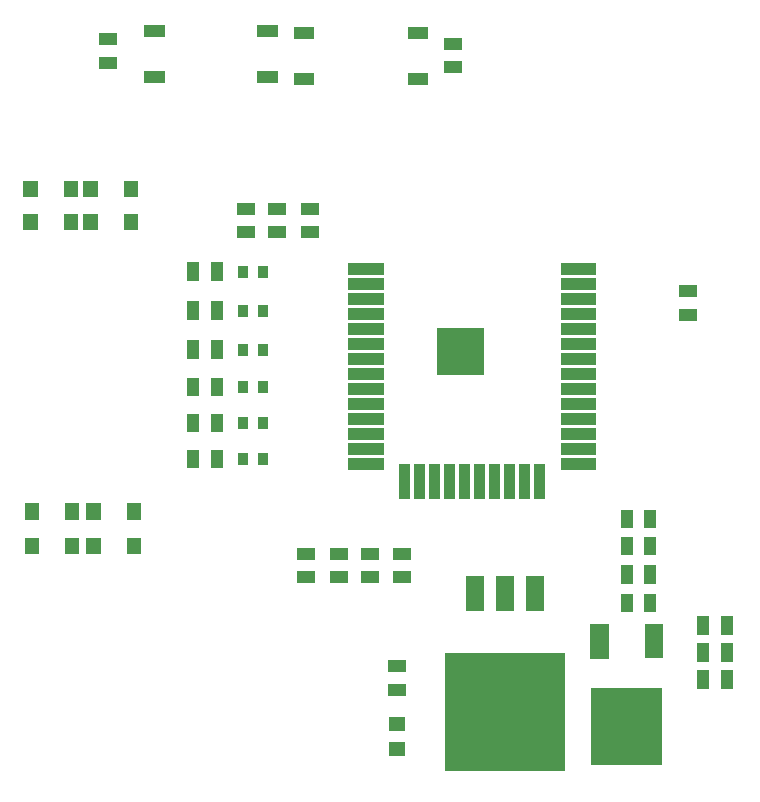
<source format=gtp>
G04 Layer: TopPasteMaskLayer*
G04 EasyEDA v6.4.19.3, 2021-04-15T18:17:59+02:00*
G04 27ca5f04d03341a3abaed076034c1fd4,b26f2b340a5143eda07d108a38fc4859,10*
G04 Gerber Generator version 0.2*
G04 Scale: 100 percent, Rotated: No, Reflected: No *
G04 Dimensions in millimeters *
G04 leading zeros omitted , absolute positions ,4 integer and 5 decimal *
%FSLAX45Y45*%
%MOMM*%

%ADD18R,1.8000X1.0000*%
%ADD19R,0.8999X1.0000*%
%ADD20R,1.0000X1.5500*%
%ADD22R,1.6000X3.0000*%
%ADD24R,1.5500X1.0000*%
%ADD27R,1.3995X1.3005*%

%LPD*%
D18*
G01*
X4315409Y7615478D03*
G01*
X3355416Y7615478D03*
G01*
X4315409Y8005495D03*
G01*
X3355416Y8005495D03*
G36*
X1995403Y8068208D02*
G01*
X2175403Y8068208D01*
X2175403Y7968208D01*
X1995403Y7968208D01*
G37*
G36*
X2955396Y8068208D02*
G01*
X3135396Y8068208D01*
X3135396Y7968208D01*
X2955396Y7968208D01*
G37*
G36*
X1995403Y7678191D02*
G01*
X2175403Y7678191D01*
X2175403Y7578191D01*
X1995403Y7578191D01*
G37*
G36*
X2955396Y7678191D02*
G01*
X3135396Y7678191D01*
X3135396Y7578191D01*
X2955396Y7578191D01*
G37*
D19*
G01*
X3005988Y4699000D03*
G01*
X2835986Y4699000D03*
G01*
X3005988Y5651500D03*
G01*
X2835986Y5651500D03*
G36*
X6034900Y3252500D02*
G01*
X6134900Y3252500D01*
X6134900Y3097499D01*
X6034900Y3097499D01*
G37*
G36*
X6234899Y3252500D02*
G01*
X6334899Y3252500D01*
X6334899Y3097499D01*
X6234899Y3097499D01*
G37*
G01*
X3005988Y4394200D03*
G01*
X2835986Y4394200D03*
G01*
X3005988Y5003800D03*
G01*
X2835986Y5003800D03*
G01*
X3005988Y5321300D03*
G01*
X2835986Y5321300D03*
G01*
X3005988Y5981700D03*
G01*
X2835986Y5981700D03*
G36*
X989200Y3727599D02*
G01*
X1109200Y3727599D01*
X1109200Y3587600D01*
X989200Y3587600D01*
G37*
G36*
X1329199Y3727599D02*
G01*
X1449199Y3727599D01*
X1449199Y3587600D01*
X1329199Y3587600D01*
G37*
G36*
X989200Y4019699D02*
G01*
X1109200Y4019699D01*
X1109200Y3879700D01*
X989200Y3879700D01*
G37*
G36*
X1329199Y4019699D02*
G01*
X1449199Y4019699D01*
X1449199Y3879700D01*
X1329199Y3879700D01*
G37*
G36*
X1509900Y4019699D02*
G01*
X1629900Y4019699D01*
X1629900Y3879700D01*
X1509900Y3879700D01*
G37*
G36*
X1849899Y4019699D02*
G01*
X1969899Y4019699D01*
X1969899Y3879700D01*
X1849899Y3879700D01*
G37*
G36*
X1509900Y3727599D02*
G01*
X1629900Y3727599D01*
X1629900Y3587600D01*
X1509900Y3587600D01*
G37*
G36*
X1849899Y3727599D02*
G01*
X1969899Y3727599D01*
X1969899Y3587600D01*
X1849899Y3587600D01*
G37*
G36*
X1484500Y6750199D02*
G01*
X1604500Y6750199D01*
X1604500Y6610200D01*
X1484500Y6610200D01*
G37*
G36*
X1824499Y6750199D02*
G01*
X1944499Y6750199D01*
X1944499Y6610200D01*
X1824499Y6610200D01*
G37*
G36*
X1484500Y6470799D02*
G01*
X1604500Y6470799D01*
X1604500Y6330800D01*
X1484500Y6330800D01*
G37*
G36*
X1824499Y6470799D02*
G01*
X1944499Y6470799D01*
X1944499Y6330800D01*
X1824499Y6330800D01*
G37*
G36*
X976500Y6750199D02*
G01*
X1096500Y6750199D01*
X1096500Y6610200D01*
X976500Y6610200D01*
G37*
G36*
X1316499Y6750199D02*
G01*
X1436499Y6750199D01*
X1436499Y6610200D01*
X1316499Y6610200D01*
G37*
G36*
X976500Y6470799D02*
G01*
X1096500Y6470799D01*
X1096500Y6330800D01*
X976500Y6330800D01*
G37*
G36*
X1316499Y6470799D02*
G01*
X1436499Y6470799D01*
X1436499Y6330800D01*
X1316499Y6330800D01*
G37*
G36*
X5774786Y3000375D02*
G01*
X5934806Y3000375D01*
X5934806Y2700146D01*
X5774786Y2700146D01*
G37*
D22*
G01*
X6311798Y2850895D03*
G36*
X6383274Y1802511D02*
G01*
X5783325Y1802511D01*
X5783325Y2452496D01*
X6383274Y2452496D01*
G37*
D24*
G01*
X4140200Y2440000D03*
G01*
X4140200Y2639999D03*
G36*
X2564599Y4471700D02*
G01*
X2664599Y4471700D01*
X2664599Y4316699D01*
X2564599Y4316699D01*
G37*
G36*
X2364600Y4471700D02*
G01*
X2464600Y4471700D01*
X2464600Y4316699D01*
X2364600Y4316699D01*
G37*
G36*
X2564599Y5081300D02*
G01*
X2664599Y5081300D01*
X2664599Y4926299D01*
X2564599Y4926299D01*
G37*
G36*
X2364600Y5081300D02*
G01*
X2464600Y5081300D01*
X2464600Y4926299D01*
X2364600Y4926299D01*
G37*
G36*
X2564599Y5398800D02*
G01*
X2664599Y5398800D01*
X2664599Y5243799D01*
X2564599Y5243799D01*
G37*
G36*
X2364600Y5398800D02*
G01*
X2464600Y5398800D01*
X2464600Y5243799D01*
X2364600Y5243799D01*
G37*
G36*
X2564599Y6059200D02*
G01*
X2664599Y6059200D01*
X2664599Y5904199D01*
X2564599Y5904199D01*
G37*
G36*
X2364600Y6059200D02*
G01*
X2464600Y6059200D01*
X2464600Y5904199D01*
X2364600Y5904199D01*
G37*
G36*
X2564599Y4776500D02*
G01*
X2664599Y4776500D01*
X2664599Y4621499D01*
X2564599Y4621499D01*
G37*
G36*
X2364600Y4776500D02*
G01*
X2464600Y4776500D01*
X2464600Y4621499D01*
X2364600Y4621499D01*
G37*
G36*
X2564599Y5729000D02*
G01*
X2664599Y5729000D01*
X2664599Y5573999D01*
X2564599Y5573999D01*
G37*
G36*
X2364600Y5729000D02*
G01*
X2464600Y5729000D01*
X2464600Y5573999D01*
X2364600Y5573999D01*
G37*
G01*
X2857500Y6513499D03*
G01*
X2857500Y6313500D03*
G01*
X3644900Y3392500D03*
G01*
X3644900Y3592499D03*
G01*
X3365500Y3592499D03*
G01*
X3365500Y3392500D03*
G36*
X6682600Y3062000D02*
G01*
X6782600Y3062000D01*
X6782600Y2906999D01*
X6682600Y2906999D01*
G37*
G36*
X6882599Y3062000D02*
G01*
X6982599Y3062000D01*
X6982599Y2906999D01*
X6882599Y2906999D01*
G37*
G01*
X3403600Y6313500D03*
G01*
X3403600Y6513499D03*
G01*
X4610100Y7710500D03*
G01*
X4610100Y7910499D03*
G01*
X1689100Y7948599D03*
G01*
X1689100Y7748600D03*
G01*
X3124200Y6513499D03*
G01*
X3124200Y6313500D03*
G01*
X6604000Y5615000D03*
G01*
X6604000Y5814999D03*
G36*
X6234899Y3963700D02*
G01*
X6334899Y3963700D01*
X6334899Y3808699D01*
X6234899Y3808699D01*
G37*
G36*
X6034900Y3963700D02*
G01*
X6134900Y3963700D01*
X6134900Y3808699D01*
X6034900Y3808699D01*
G37*
G36*
X4979034Y3406775D02*
G01*
X5130165Y3406775D01*
X5130165Y3105785D01*
X4979034Y3105785D01*
G37*
G36*
X5233034Y3406775D02*
G01*
X5384165Y3406775D01*
X5384165Y3105785D01*
X5233034Y3105785D01*
G37*
G36*
X4725034Y3406775D02*
G01*
X4876165Y3406775D01*
X4876165Y3105785D01*
X4725034Y3105785D01*
G37*
G36*
X4548504Y2756535D02*
G01*
X5560695Y2756535D01*
X5560695Y1754504D01*
X4548504Y1754504D01*
G37*
G36*
X6682600Y2604800D02*
G01*
X6782600Y2604800D01*
X6782600Y2449799D01*
X6682600Y2449799D01*
G37*
G36*
X6882599Y2604800D02*
G01*
X6982599Y2604800D01*
X6982599Y2449799D01*
X6882599Y2449799D01*
G37*
G01*
X3911600Y3592499D03*
G01*
X3911600Y3392500D03*
G36*
X6034900Y3493800D02*
G01*
X6134900Y3493800D01*
X6134900Y3338799D01*
X6034900Y3338799D01*
G37*
G36*
X6234899Y3493800D02*
G01*
X6334899Y3493800D01*
X6334899Y3338799D01*
X6234899Y3338799D01*
G37*
G36*
X6682600Y2833400D02*
G01*
X6782600Y2833400D01*
X6782600Y2678399D01*
X6682600Y2678399D01*
G37*
G36*
X6882599Y2833400D02*
G01*
X6982599Y2833400D01*
X6982599Y2678399D01*
X6882599Y2678399D01*
G37*
D20*
G01*
X6284899Y3657600D03*
G01*
X6084900Y3657600D03*
D24*
G01*
X4178300Y3592499D03*
G01*
X4178300Y3392500D03*
D27*
G01*
X4140327Y2149602D03*
G01*
X4140327Y1939544D03*
G36*
X4475190Y5504916D02*
G01*
X4875189Y5504916D01*
X4875189Y5104917D01*
X4475190Y5104917D01*
G37*
G36*
X5525195Y6055906D02*
G01*
X5825195Y6055906D01*
X5825195Y5955906D01*
X5525195Y5955906D01*
G37*
G36*
X5525195Y5928906D02*
G01*
X5825195Y5928906D01*
X5825195Y5828906D01*
X5525195Y5828906D01*
G37*
G36*
X5525195Y5801906D02*
G01*
X5825195Y5801906D01*
X5825195Y5701906D01*
X5525195Y5701906D01*
G37*
G36*
X5525195Y5674906D02*
G01*
X5825195Y5674906D01*
X5825195Y5574906D01*
X5525195Y5574906D01*
G37*
G36*
X5525195Y5547906D02*
G01*
X5825195Y5547906D01*
X5825195Y5447906D01*
X5525195Y5447906D01*
G37*
G36*
X5525195Y5420906D02*
G01*
X5825195Y5420906D01*
X5825195Y5320906D01*
X5525195Y5320906D01*
G37*
G36*
X5525195Y5293906D02*
G01*
X5825195Y5293906D01*
X5825195Y5193906D01*
X5525195Y5193906D01*
G37*
G36*
X5525195Y5166906D02*
G01*
X5825195Y5166906D01*
X5825195Y5066906D01*
X5525195Y5066906D01*
G37*
G36*
X5525195Y5039906D02*
G01*
X5825195Y5039906D01*
X5825195Y4939906D01*
X5525195Y4939906D01*
G37*
G36*
X5525195Y4912906D02*
G01*
X5825195Y4912906D01*
X5825195Y4812906D01*
X5525195Y4812906D01*
G37*
G36*
X5525195Y4785906D02*
G01*
X5825195Y4785906D01*
X5825195Y4685906D01*
X5525195Y4685906D01*
G37*
G36*
X5525195Y4658906D02*
G01*
X5825195Y4658906D01*
X5825195Y4558906D01*
X5525195Y4558906D01*
G37*
G36*
X5525195Y4531906D02*
G01*
X5825195Y4531906D01*
X5825195Y4431906D01*
X5525195Y4431906D01*
G37*
G36*
X5525195Y4404906D02*
G01*
X5825195Y4404906D01*
X5825195Y4304906D01*
X5525195Y4304906D01*
G37*
G36*
X3725199Y4404906D02*
G01*
X4025198Y4404906D01*
X4025198Y4304906D01*
X3725199Y4304906D01*
G37*
G36*
X3725199Y4531906D02*
G01*
X4025198Y4531906D01*
X4025198Y4431906D01*
X3725199Y4431906D01*
G37*
G36*
X3725199Y4658906D02*
G01*
X4025198Y4658906D01*
X4025198Y4558906D01*
X3725199Y4558906D01*
G37*
G36*
X3725199Y4785906D02*
G01*
X4025198Y4785906D01*
X4025198Y4685906D01*
X3725199Y4685906D01*
G37*
G36*
X3725199Y4912906D02*
G01*
X4025198Y4912906D01*
X4025198Y4812906D01*
X3725199Y4812906D01*
G37*
G36*
X3725199Y5039906D02*
G01*
X4025198Y5039906D01*
X4025198Y4939906D01*
X3725199Y4939906D01*
G37*
G36*
X3725199Y5166906D02*
G01*
X4025198Y5166906D01*
X4025198Y5066906D01*
X3725199Y5066906D01*
G37*
G36*
X3725199Y5293906D02*
G01*
X4025198Y5293906D01*
X4025198Y5193906D01*
X3725199Y5193906D01*
G37*
G36*
X3725199Y5420906D02*
G01*
X4025198Y5420906D01*
X4025198Y5320906D01*
X3725199Y5320906D01*
G37*
G36*
X3725199Y5547906D02*
G01*
X4025198Y5547906D01*
X4025198Y5447906D01*
X3725199Y5447906D01*
G37*
G36*
X3725199Y5674906D02*
G01*
X4025198Y5674906D01*
X4025198Y5574906D01*
X3725199Y5574906D01*
G37*
G36*
X3725199Y5801906D02*
G01*
X4025198Y5801906D01*
X4025198Y5701906D01*
X3725199Y5701906D01*
G37*
G36*
X3725199Y5928906D02*
G01*
X4025198Y5928906D01*
X4025198Y5828906D01*
X3725199Y5828906D01*
G37*
G36*
X3725199Y6055906D02*
G01*
X4025198Y6055906D01*
X4025198Y5955906D01*
X3725199Y5955906D01*
G37*
G36*
X5296700Y4354893D02*
G01*
X5396699Y4354893D01*
X5396699Y4054894D01*
X5296700Y4054894D01*
G37*
G36*
X5169700Y4354893D02*
G01*
X5269699Y4354893D01*
X5269699Y4054894D01*
X5169700Y4054894D01*
G37*
G36*
X5042700Y4354893D02*
G01*
X5142699Y4354893D01*
X5142699Y4054894D01*
X5042700Y4054894D01*
G37*
G36*
X4915700Y4354893D02*
G01*
X5015699Y4354893D01*
X5015699Y4054894D01*
X4915700Y4054894D01*
G37*
G36*
X4788700Y4354893D02*
G01*
X4888699Y4354893D01*
X4888699Y4054894D01*
X4788700Y4054894D01*
G37*
G36*
X4661700Y4354893D02*
G01*
X4761699Y4354893D01*
X4761699Y4054894D01*
X4661700Y4054894D01*
G37*
G36*
X4534700Y4354893D02*
G01*
X4634699Y4354893D01*
X4634699Y4054894D01*
X4534700Y4054894D01*
G37*
G36*
X4407700Y4354893D02*
G01*
X4507699Y4354893D01*
X4507699Y4054894D01*
X4407700Y4054894D01*
G37*
G36*
X4280700Y4354893D02*
G01*
X4380699Y4354893D01*
X4380699Y4054894D01*
X4280700Y4054894D01*
G37*
G36*
X4153700Y4354893D02*
G01*
X4253699Y4354893D01*
X4253699Y4054894D01*
X4153700Y4054894D01*
G37*
M02*

</source>
